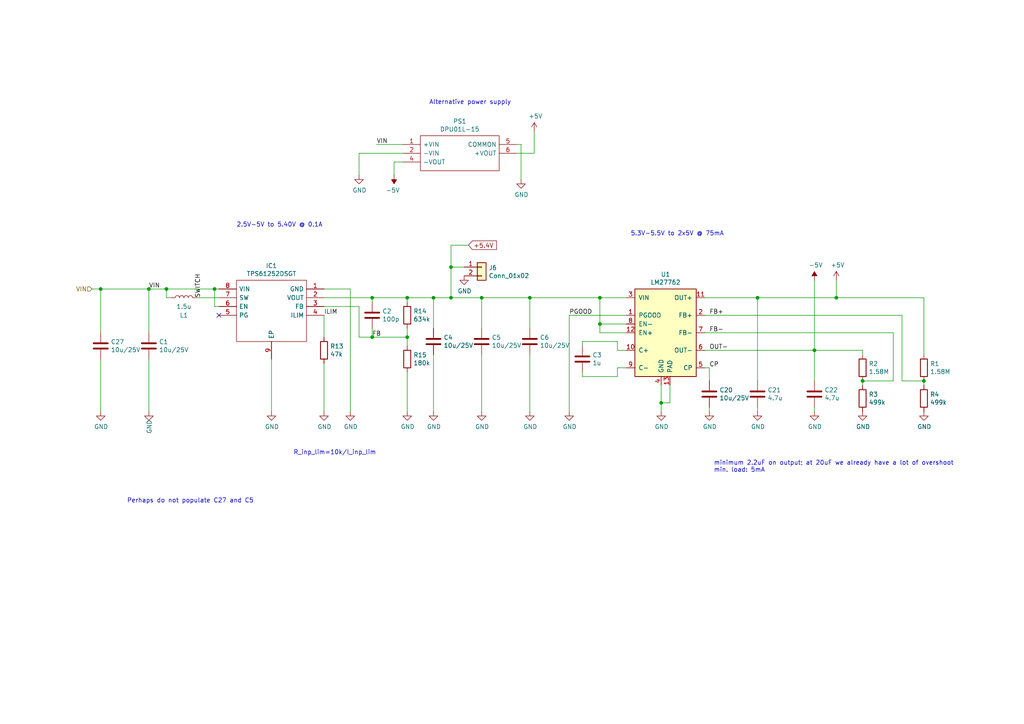
<source format=kicad_sch>
(kicad_sch (version 20211123) (generator eeschema)
  (paper "A4")
  (lib_symbols
    (symbol "BalancedAudioBox:DPU01L-15" (pin_names (offset 0.762))
      (property "Reference" "PS" (at 29.21 7.62 0))
      (property "Value" "DPU01L-15" (at 29.21 5.08 0))
      (symbol "DPU01L-15_0_0"
        (pin bidirectional line (at 0 0 0) (length 5.08) (name "+VIN") (number "1"))
        (pin bidirectional line (at 0 -2.54 0) (length 5.08) (name "-VIN") (number "2"))
        (pin bidirectional line (at 0 -5.08 0) (length 5.08) (name "-VOUT") (number "4"))
        (pin bidirectional line (at 33.02 0 180) (length 5.08) (name "COMMON") (number "5"))
        (pin bidirectional line (at 33.02 -2.54 180) (length 5.08) (name "+VOUT") (number "6"))
      )
      (symbol "DPU01L-15_0_1"
        (polyline (pts (xy 5.08 2.54) (xy 27.94 2.54) (xy 27.94 -7.62) (xy 5.08 -7.62) (xy 5.08 2.54)) (stroke (width 0.1524)))
      )
    )
    (symbol "BalancedAudioBox:TPS61252DSGT" (pin_names (offset 0.762))
      (property "Reference" "IC" (at 26.67 7.62 0))
      (property "Value" "TPS61252DSGT" (at 26.67 5.08 0))
      (symbol "TPS61252DSGT_0_0"
        (pin bidirectional line (at 0 0 0) (length 5.08) (name "GND") (number "1"))
        (pin bidirectional line (at 0 -2.54 0) (length 5.08) (name "VOUT") (number "2"))
        (pin bidirectional line (at 0 -5.08 0) (length 5.08) (name "FB") (number "3"))
        (pin bidirectional line (at 0 -7.62 0) (length 5.08) (name "ILIM") (number "4"))
        (pin bidirectional line (at 30.48 -7.62 180) (length 5.08) (name "PG") (number "5"))
        (pin bidirectional line (at 30.48 -5.08 180) (length 5.08) (name "EN") (number "6"))
        (pin bidirectional line (at 30.48 -2.54 180) (length 5.08) (name "SW") (number "7"))
        (pin bidirectional line (at 30.48 0 180) (length 5.08) (name "VIN") (number "8"))
        (pin bidirectional line (at 15.24 -20.32 90) (length 5.08) (name "EP") (number "9"))
      )
      (symbol "TPS61252DSGT_0_1"
        (polyline (pts (xy 5.08 2.54) (xy 25.4 2.54) (xy 25.4 -15.24) (xy 5.08 -15.24) (xy 5.08 2.54)) (stroke (width 0.1524)))
      )
    )
    (symbol "Connector_Generic:Conn_01x02" (pin_names (offset 1.016) hide)
      (property "Reference" "J" (at 0 2.54 0))
      (property "Value" "Conn_01x02" (at 0 -5.08 0))
      (symbol "Conn_01x02_1_1"
        (rectangle (start -1.27 -2.413) (end 0 -2.667) (stroke (width 0.1524)))
        (rectangle (start -1.27 0.127) (end 0 -0.127) (stroke (width 0.1524)))
        (rectangle (start -1.27 1.27) (end 1.27 -3.81) (stroke (width 0.254)) (fill (type background)))
        (pin passive line (at -5.08 0 0) (length 3.81) (name "Pin_1") (number "1"))
        (pin passive line (at -5.08 -2.54 0) (length 3.81) (name "Pin_2") (number "2"))
      )
    )
    (symbol "Device:C" (pin_numbers hide) (pin_names (offset 0.254))
      (property "Reference" "C" (at 0.635 2.54 0))
      (property "Value" "C" (at 0.635 -2.54 0))
      (symbol "C_0_1"
        (polyline (pts (xy -2.032 -0.762) (xy 2.032 -0.762)) (stroke (width 0.508)))
        (polyline (pts (xy -2.032 0.762) (xy 2.032 0.762)) (stroke (width 0.508)))
      )
      (symbol "C_1_1"
        (pin passive line (at 0 3.81 270) (length 2.794) (name "~") (number "1"))
        (pin passive line (at 0 -3.81 90) (length 2.794) (name "~") (number "2"))
      )
    )
    (symbol "Device:L" (pin_numbers hide) (pin_names (offset 1.016) hide)
      (property "Reference" "L" (at -1.27 0 90))
      (property "Value" "L" (at 1.905 0 90))
      (symbol "L_0_1"
        (arc (start 0 -2.54) (mid 0.635 -1.905) (end 0 -1.27))
        (arc (start 0 -1.27) (mid 0.635 -0.635) (end 0 0))
        (arc (start 0 0) (mid 0.635 0.635) (end 0 1.27))
        (arc (start 0 1.27) (mid 0.635 1.905) (end 0 2.54))
      )
      (symbol "L_1_1"
        (pin passive line (at 0 3.81 270) (length 1.27) (name "1") (number "1"))
        (pin passive line (at 0 -3.81 90) (length 1.27) (name "2") (number "2"))
      )
    )
    (symbol "Device:R" (pin_numbers hide) (pin_names (offset 0))
      (property "Reference" "R" (at 2.032 0 90))
      (property "Value" "R" (at 0 0 90))
      (symbol "R_0_1"
        (rectangle (start -1.016 -2.54) (end 1.016 2.54) (stroke (width 0.254)))
      )
      (symbol "R_1_1"
        (pin passive line (at 0 3.81 270) (length 1.27) (name "~") (number "1"))
        (pin passive line (at 0 -3.81 90) (length 1.27) (name "~") (number "2"))
      )
    )
    (symbol "Regulator_SwitchedCapacitor:LM27762" (pin_names (offset 1.016))
      (property "Reference" "U" (at -6.604 8.89 0))
      (property "Value" "LM27762" (at 6.096 8.89 0))
      (symbol "LM27762_0_1"
        (rectangle (start -7.62 7.62) (end 10.16 -17.78) (stroke (width 0.254)) (fill (type background)))
      )
      (symbol "LM27762_1_1"
        (pin open_collector line (at -10.16 0 0) (length 2.54) (name "PGOOD") (number "1"))
        (pin passive line (at -10.16 -10.16 0) (length 2.54) (name "C+") (number "10"))
        (pin power_out line (at 12.7 5.08 180) (length 2.54) (name "OUT+") (number "11"))
        (pin input line (at -10.16 -5.08 0) (length 2.54) (name "EN+") (number "12"))
        (pin power_in line (at 2.54 -20.32 90) (length 2.54) (name "PAD") (number "13"))
        (pin input line (at 12.7 0 180) (length 2.54) (name "FB+") (number "2"))
        (pin power_in line (at -10.16 5.08 0) (length 2.54) (name "VIN") (number "3"))
        (pin power_in line (at 0 -20.32 90) (length 2.54) (name "GND") (number "4"))
        (pin passive line (at 12.7 -15.24 180) (length 2.54) (name "CP") (number "5"))
        (pin power_out line (at 12.7 -10.16 180) (length 2.54) (name "OUT-") (number "6"))
        (pin input line (at 12.7 -5.08 180) (length 2.54) (name "FB-") (number "7"))
        (pin input line (at -10.16 -2.54 0) (length 2.54) (name "EN-") (number "8"))
        (pin passive line (at -10.16 -15.24 0) (length 2.54) (name "C-") (number "9"))
      )
    )
    (symbol "power:+5V" (power) (pin_names (offset 0))
      (property "Value" "+5V" (at 0 3.556 0))
      (symbol "+5V_0_1"
        (polyline (pts (xy -0.762 1.27) (xy 0 2.54)))
        (polyline (pts (xy 0 0) (xy 0 2.54)))
        (polyline (pts (xy 0 2.54) (xy 0.762 1.27)))
      )
      (symbol "+5V_1_1"
        (pin power_in line (at 0 0 90) (length 0) hide (name "+5V") (number "1"))
      )
    )
    (symbol "power:-5V" (power) (pin_names (offset 0))
      (property "Value" "-5V" (at 0 3.81 0))
      (symbol "-5V_0_0"
        (pin power_in line (at 0 0 90) (length 0) hide (name "-5V") (number "1"))
      )
      (symbol "-5V_0_1"
        (polyline (pts (xy 0 0) (xy 0 1.27) (xy 0.762 1.27) (xy 0 2.54) (xy -0.762 1.27) (xy 0 1.27)) (fill (type outline)))
      )
    )
    (symbol "power:GND" (power) (pin_names (offset 0))
      (property "Value" "GND" (at 0 -3.81 0))
      (symbol "GND_0_1"
        (polyline (pts (xy 0 0) (xy 0 -1.27) (xy 1.27 -1.27) (xy 0 -2.54) (xy -1.27 -1.27) (xy 0 -1.27)))
      )
      (symbol "GND_1_1"
        (pin power_in line (at 0 0 270) (length 0) hide (name "GND") (number "1"))
      )
    )
  )
  (junction (at 267.97 110.49))
  (junction (at 236.22 101.6))
  (junction (at 219.71 86.36))
  (junction (at 130.81 86.36))
  (junction (at 48.26 83.82))
  (junction (at 153.67 86.36))
  (junction (at 107.95 97.79))
  (junction (at 173.99 86.36))
  (junction (at 107.95 86.36))
  (junction (at 242.57 86.36))
  (junction (at 191.77 116.84))
  (junction (at 43.18 83.82))
  (junction (at 139.7 86.36))
  (junction (at 118.11 86.36))
  (junction (at 125.73 86.36))
  (junction (at 250.19 110.49))
  (junction (at 118.11 97.79))
  (junction (at 29.21 83.82))
  (junction (at 130.81 77.47))
  (junction (at 62.23 83.82))
  (junction (at 173.99 93.98))
  (no_connect (at 63.5 91.44))
  (wire (pts (xy 101.6 83.82) (xy 101.6 119.38)))
  (wire (pts (xy 107.95 97.79) (xy 118.11 97.79)))
  (wire (pts (xy 125.73 86.36) (xy 130.81 86.36)))
  (wire (pts (xy 154.94 44.45) (xy 154.94 38.1)))
  (wire (pts (xy 204.47 101.6) (xy 236.22 101.6)))
  (wire (pts (xy 139.7 95.25) (xy 139.7 86.36)))
  (wire (pts (xy 114.3 46.99) (xy 114.3 50.8)))
  (wire (pts (xy 149.86 44.45) (xy 154.94 44.45)))
  (wire (pts (xy 181.61 93.98) (xy 173.99 93.98)))
  (wire (pts (xy 261.62 110.49) (xy 267.97 110.49)))
  (wire (pts (xy 179.07 99.06) (xy 168.91 99.06)))
  (wire (pts (xy 29.21 119.38) (xy 29.21 104.14)))
  (wire (pts (xy 204.47 106.68) (xy 205.74 106.68)))
  (wire (pts (xy 165.1 91.44) (xy 181.61 91.44)))
  (wire (pts (xy 168.91 109.22) (xy 168.91 107.95)))
  (wire (pts (xy 26.67 83.82) (xy 29.21 83.82)))
  (wire (pts (xy 173.99 93.98) (xy 173.99 86.36)))
  (wire (pts (xy 62.23 83.82) (xy 48.26 83.82)))
  (wire (pts (xy 107.95 86.36) (xy 118.11 86.36)))
  (wire (pts (xy 29.21 83.82) (xy 43.18 83.82)))
  (wire (pts (xy 107.95 95.25) (xy 107.95 97.79)))
  (wire (pts (xy 242.57 81.28) (xy 242.57 86.36)))
  (wire (pts (xy 116.84 46.99) (xy 114.3 46.99)))
  (wire (pts (xy 151.13 52.07) (xy 151.13 41.91)))
  (wire (pts (xy 118.11 86.36) (xy 125.73 86.36)))
  (wire (pts (xy 181.61 101.6) (xy 179.07 101.6)))
  (wire (pts (xy 205.74 106.68) (xy 205.74 110.49)))
  (wire (pts (xy 204.47 86.36) (xy 219.71 86.36)))
  (wire (pts (xy 63.5 88.9) (xy 62.23 88.9)))
  (wire (pts (xy 219.71 119.38) (xy 219.71 118.11)))
  (wire (pts (xy 236.22 101.6) (xy 250.19 101.6)))
  (wire (pts (xy 267.97 111.76) (xy 267.97 110.49)))
  (wire (pts (xy 118.11 86.36) (xy 118.11 87.63)))
  (wire (pts (xy 93.98 86.36) (xy 107.95 86.36)))
  (wire (pts (xy 43.18 83.82) (xy 48.26 83.82)))
  (wire (pts (xy 93.98 83.82) (xy 101.6 83.82)))
  (wire (pts (xy 139.7 86.36) (xy 153.67 86.36)))
  (wire (pts (xy 125.73 102.87) (xy 125.73 119.38)))
  (wire (pts (xy 43.18 119.38) (xy 43.18 104.14)))
  (wire (pts (xy 43.18 96.52) (xy 43.18 83.82)))
  (wire (pts (xy 250.19 110.49) (xy 259.08 110.49)))
  (wire (pts (xy 48.26 86.36) (xy 49.53 86.36)))
  (wire (pts (xy 62.23 88.9) (xy 62.23 83.82)))
  (wire (pts (xy 104.14 50.8) (xy 104.14 44.45)))
  (wire (pts (xy 242.57 86.36) (xy 267.97 86.36)))
  (wire (pts (xy 181.61 96.52) (xy 173.99 96.52)))
  (wire (pts (xy 57.15 86.36) (xy 63.5 86.36)))
  (wire (pts (xy 130.81 77.47) (xy 130.81 71.12)))
  (wire (pts (xy 250.19 110.49) (xy 250.19 111.76)))
  (wire (pts (xy 130.81 71.12) (xy 135.89 71.12)))
  (wire (pts (xy 236.22 81.28) (xy 236.22 101.6)))
  (wire (pts (xy 165.1 119.38) (xy 165.1 91.44)))
  (wire (pts (xy 219.71 86.36) (xy 242.57 86.36)))
  (wire (pts (xy 173.99 96.52) (xy 173.99 93.98)))
  (wire (pts (xy 63.5 83.82) (xy 62.23 83.82)))
  (wire (pts (xy 93.98 105.41) (xy 93.98 119.38)))
  (wire (pts (xy 134.62 77.47) (xy 130.81 77.47)))
  (wire (pts (xy 125.73 86.36) (xy 125.73 95.25)))
  (wire (pts (xy 250.19 101.6) (xy 250.19 102.87)))
  (wire (pts (xy 179.07 109.22) (xy 168.91 109.22)))
  (wire (pts (xy 236.22 110.49) (xy 236.22 101.6)))
  (wire (pts (xy 168.91 99.06) (xy 168.91 100.33)))
  (wire (pts (xy 205.74 119.38) (xy 205.74 118.11)))
  (wire (pts (xy 153.67 102.87) (xy 153.67 119.38)))
  (wire (pts (xy 139.7 102.87) (xy 139.7 119.38)))
  (wire (pts (xy 151.13 41.91) (xy 149.86 41.91)))
  (wire (pts (xy 93.98 97.79) (xy 93.98 91.44)))
  (wire (pts (xy 118.11 97.79) (xy 118.11 100.33)))
  (wire (pts (xy 104.14 97.79) (xy 104.14 88.9)))
  (wire (pts (xy 179.07 106.68) (xy 179.07 109.22)))
  (wire (pts (xy 267.97 86.36) (xy 267.97 102.87)))
  (wire (pts (xy 181.61 86.36) (xy 173.99 86.36)))
  (wire (pts (xy 48.26 83.82) (xy 48.26 86.36)))
  (wire (pts (xy 179.07 101.6) (xy 179.07 99.06)))
  (wire (pts (xy 130.81 77.47) (xy 130.81 86.36)))
  (wire (pts (xy 153.67 95.25) (xy 153.67 86.36)))
  (wire (pts (xy 118.11 95.25) (xy 118.11 97.79)))
  (wire (pts (xy 219.71 110.49) (xy 219.71 86.36)))
  (wire (pts (xy 118.11 107.95) (xy 118.11 119.38)))
  (wire (pts (xy 204.47 96.52) (xy 259.08 96.52)))
  (wire (pts (xy 194.31 116.84) (xy 191.77 116.84)))
  (wire (pts (xy 29.21 96.52) (xy 29.21 83.82)))
  (wire (pts (xy 78.74 104.14) (xy 78.74 119.38)))
  (wire (pts (xy 130.81 86.36) (xy 139.7 86.36)))
  (wire (pts (xy 194.31 111.76) (xy 194.31 116.84)))
  (wire (pts (xy 261.62 91.44) (xy 261.62 110.49)))
  (wire (pts (xy 107.95 87.63) (xy 107.95 86.36)))
  (wire (pts (xy 104.14 44.45) (xy 116.84 44.45)))
  (wire (pts (xy 236.22 119.38) (xy 236.22 118.11)))
  (wire (pts (xy 93.98 88.9) (xy 104.14 88.9)))
  (wire (pts (xy 153.67 86.36) (xy 173.99 86.36)))
  (wire (pts (xy 191.77 116.84) (xy 191.77 119.38)))
  (wire (pts (xy 104.14 97.79) (xy 107.95 97.79)))
  (wire (pts (xy 191.77 111.76) (xy 191.77 116.84)))
  (wire (pts (xy 204.47 91.44) (xy 261.62 91.44)))
  (wire (pts (xy 181.61 106.68) (xy 179.07 106.68)))
  (wire (pts (xy 116.84 41.91) (xy 109.22 41.91)))
  (wire (pts (xy 259.08 110.49) (xy 259.08 96.52)))
  (text "5.3V-5.5V to 2x5V @ 75mA" (at 182.88 68.58 0) (effects (font (size 1.27 1.27)) (justify left bottom)))
  (text "R_inp_lim=10k/I_inp_lim" (at 85.09 132.08 0) (effects (font (size 1.27 1.27)) (justify left bottom)))
  (text "Perhaps do not populate C27 and C5" (at 36.83 146.05 0) (effects (font (size 1.27 1.27)) (justify left bottom)))
  (text "2.5V-5V to 5.40V @ 0.1A" (at 68.58 66.04 0) (effects (font (size 1.27 1.27)) (justify left bottom)))
  (text "Alternative power supply" (at 124.46 30.48 0) (effects (font (size 1.27 1.27)) (justify left bottom)))
  (text "minimum 2.2uF on output; at 20uF we already have a lot of overshoot\nmin. load: 5mA" (at 207.01 137.16 0) (effects (font (size 1.27 1.27)) (justify left bottom)))
  (label "PGOOD" (at 165.1 91.44 0))
  (label "ILIM" (at 93.98 91.44 0))
  (label "OUT-" (at 205.74 101.6 0))
  (label "FB" (at 107.95 97.79 0))
  (label "SWITCH" (at 58.42 86.36 90))
  (label "FB-" (at 205.74 96.52 0))
  (label "FB+" (at 205.74 91.44 0))
  (label "CP" (at 205.74 106.68 0))
  (label "VIN" (at 109.22 41.91 0))
  (label "VIN" (at 43.18 83.82 0))
  (global_label "+5.4V" (shape input) (at 135.89 71.12 0) (property "Intersheet References" "${INTERSHEET_REFS}" (effects hide)))
  (hierarchical_label "VIN" (shape input) (at 26.67 83.82 180))
  (symbol (lib_id "BalancedAudioBox:TPS61252DSGT") (at 93.98 83.82 0) (mirror y) (unit 1)
    (property "Reference" "IC1" (at 78.74 77.089 0))
    (property "Value" "TPS61252DSGT" (at 78.74 79.4004 0))
    (property "Footprint" "BalancedAudioBox:SON50P200X200X80-9N" (effects hide))
    (property "Datasheet" "http://www.ti.com/lit/ds/symlink/tps61252.pdf" (effects hide))
    (property "Description" "TPS61252DSGT, DC-DC Converter, 1500mA Adjustable, 3  6.5 V, Step Up, 3.25 MHz, 8-Pin SON W" (effects hide))
    (property "Height" "0.8" (effects hide))
    (property "Manufacturer_Name" "Texas Instruments" (effects hide))
    (property "Manufacturer_Part_Number" "TPS61252DSGT" (effects hide))
    (property "Mouser Part Number" "595-TPS61252DSGT" (effects hide))
    (property "Mouser Price/Stock" "https://www.mouser.com/Search/Refine.aspx?Keyword=595-TPS61252DSGT" (effects hide))
    (property "RS Part Number" "7300675P" (effects hide))
    (property "RS Price/Stock" "http://uk.rs-online.com/web/p/products/7300675P" (effects hide))
  )
  (symbol (lib_id "Device:C") (at 107.95 91.44 0) (unit 1)
    (property "Reference" "C2" (at 110.871 90.2716 0) (effects (justify left)))
    (property "Value" "100p" (at 110.871 92.583 0) (effects (justify left)))
    (property "Footprint" "Capacitor_SMD:C_0603_1608Metric" (effects hide))
    (property "PN" "GRM1885C2A101JA01D" (effects hide))
  )
  (symbol (lib_id "Device:R") (at 118.11 91.44 0) (unit 1)
    (property "Reference" "R14" (at 119.888 90.2716 0) (effects (justify left)))
    (property "Value" "634k" (at 119.888 92.583 0) (effects (justify left)))
    (property "Footprint" "Resistor_SMD:R_0402_1005Metric" (effects hide))
  )
  (symbol (lib_id "Device:R") (at 118.11 104.14 0) (unit 1)
    (property "Reference" "R15" (at 119.888 102.9716 0) (effects (justify left)))
    (property "Value" "180k" (at 119.888 105.283 0) (effects (justify left)))
    (property "Footprint" "Resistor_SMD:R_0402_1005Metric" (effects hide))
  )
  (symbol (lib_id "Device:L") (at 53.34 86.36 90) (unit 1)
    (property "Reference" "L1" (at 53.34 91.44 90))
    (property "Value" "1.5u" (at 53.34 88.9 90))
    (property "Footprint" "BalancedAudioBox:SRN30151R5Y" (effects hide))
    (property "PN" "SRN3015-1R5Y" (effects hide))
  )
  (symbol (lib_id "power:GND") (at 118.11 119.38 0) (unit 1)
    (property "Reference" "#PWR06" (effects hide))
    (property "Value" "GND" (at 118.237 123.7742 0))
  )
  (symbol (lib_id "power:GND") (at 125.73 119.38 0) (unit 1)
    (property "Reference" "#PWR07" (effects hide))
    (property "Value" "GND" (at 125.857 123.7742 0))
  )
  (symbol (lib_id "BalancedAudioBox:DPU01L-15") (at 116.84 41.91 0) (unit 1)
    (property "Reference" "PS1" (at 133.35 35.179 0))
    (property "Value" "DPU01L-15" (at 133.35 37.4904 0))
    (property "Footprint" "BalancedAudioBox:DPU01L15" (effects hide))
    (property "Datasheet" "https://media.digikey.com/pdf/Data%20Sheets/Mean%20Well%20PDF's/SPU01,DUP01_Series_Ds.pdf" (effects hide))
    (property "Description" "Isolated DC/DC Converters 4.5-5.5Vin +/-15Vout +/-33mA SIP6 Unreg" (effects hide))
    (property "Height" "10.45" (effects hide))
    (property "Manufacturer_Name" "Mean Well" (effects hide))
    (property "Manufacturer_Part_Number" "DPU01L-15" (effects hide))
    (property "Mouser Part Number" "709-DPU01L-15" (effects hide))
    (property "Mouser Price/Stock" "https://www.mouser.com/Search/Refine.aspx?Keyword=709-DPU01L-15" (effects hide))
    (property "Allied_Number" "71028144" (effects hide))
    (property "Allied Price/Stock" "https://www.alliedelec.com/meanwellusa-dpu01l-15/71028144/" (effects hide))
  )
  (symbol (lib_id "power:GND") (at 78.74 119.38 0) (unit 1)
    (property "Reference" "#PWR05" (effects hide))
    (property "Value" "GND" (at 78.867 123.7742 0))
  )
  (symbol (lib_id "Device:C") (at 219.71 114.3 0) (unit 1)
    (property "Reference" "C21" (at 222.631 113.1316 0) (effects (justify left)))
    (property "Value" "4.7u" (at 222.631 115.443 0) (effects (justify left)))
    (property "Footprint" "Capacitor_SMD:C_0603_1608Metric" (effects hide))
  )
  (symbol (lib_id "Device:C") (at 236.22 114.3 0) (unit 1)
    (property "Reference" "C22" (at 239.141 113.1316 0) (effects (justify left)))
    (property "Value" "4.7u" (at 239.141 115.443 0) (effects (justify left)))
    (property "Footprint" "Capacitor_SMD:C_0603_1608Metric" (effects hide))
  )
  (symbol (lib_id "Regulator_SwitchedCapacitor:LM27762") (at 191.77 91.44 0) (unit 1)
    (property "Reference" "U1" (at 193.04 79.5782 0))
    (property "Value" "LM27762" (at 193.04 81.8896 0))
    (property "Footprint" "Package_SON:WSON-12-1EP_3x2mm_P0.5mm_EP1x2.65_ThermalVias" (effects hide))
    (property "Datasheet" "http://www.ti.com/lit/ds/symlink/lm27762.pdf" (effects hide))
  )
  (symbol (lib_id "power:GND") (at 191.77 119.38 0) (unit 1)
    (property "Reference" "#PWR09" (effects hide))
    (property "Value" "GND" (at 191.897 123.7742 0))
  )
  (symbol (lib_id "Device:R") (at 267.97 106.68 0) (unit 1)
    (property "Reference" "R1" (at 269.748 105.5116 0) (effects (justify left)))
    (property "Value" "1.58M" (at 269.748 107.823 0) (effects (justify left)))
    (property "Footprint" "Resistor_SMD:R_0402_1005Metric" (effects hide))
  )
  (symbol (lib_id "Device:R") (at 267.97 115.57 0) (unit 1)
    (property "Reference" "R4" (at 269.748 114.4016 0) (effects (justify left)))
    (property "Value" "499k" (at 269.748 116.713 0) (effects (justify left)))
    (property "Footprint" "Resistor_SMD:R_0402_1005Metric" (effects hide))
  )
  (symbol (lib_id "Device:R") (at 250.19 106.68 0) (unit 1)
    (property "Reference" "R2" (at 251.968 105.5116 0) (effects (justify left)))
    (property "Value" "1.58M" (at 251.968 107.823 0) (effects (justify left)))
    (property "Footprint" "Resistor_SMD:R_0402_1005Metric" (effects hide))
  )
  (symbol (lib_id "Device:R") (at 250.19 115.57 0) (unit 1)
    (property "Reference" "R3" (at 251.968 114.4016 0) (effects (justify left)))
    (property "Value" "499k" (at 251.968 116.713 0) (effects (justify left)))
    (property "Footprint" "Resistor_SMD:R_0402_1005Metric" (effects hide))
  )
  (symbol (lib_id "power:GND") (at 101.6 119.38 0) (unit 1)
    (property "Reference" "#PWR052" (effects hide))
    (property "Value" "GND" (at 101.727 123.7742 0))
  )
  (symbol (lib_id "power:+5V") (at 242.57 81.28 0) (unit 1)
    (property "Reference" "#PWR013" (effects hide))
    (property "Value" "+5V" (at 242.951 76.8858 0))
  )
  (symbol (lib_id "power:-5V") (at 236.22 81.28 0) (unit 1)
    (property "Reference" "#PWR014" (effects hide))
    (property "Value" "-5V" (at 236.601 76.8858 0))
  )
  (symbol (lib_id "Device:R") (at 93.98 101.6 180) (unit 1)
    (property "Reference" "R13" (at 95.758 100.4316 0) (effects (justify right)))
    (property "Value" "47k" (at 95.758 102.743 0) (effects (justify right)))
    (property "Footprint" "Resistor_SMD:R_0402_1005Metric" (effects hide))
  )
  (symbol (lib_id "power:GND") (at 250.19 119.38 0) (unit 1)
    (property "Reference" "#PWR015" (effects hide))
    (property "Value" "GND" (at 250.317 123.7742 0))
  )
  (symbol (lib_id "power:GND") (at 267.97 119.38 0) (unit 1)
    (property "Reference" "#PWR016" (effects hide))
    (property "Value" "GND" (at 268.097 123.7742 0))
  )
  (symbol (lib_id "power:GND") (at 205.74 119.38 0) (unit 1)
    (property "Reference" "#PWR010" (effects hide))
    (property "Value" "GND" (at 205.867 123.7742 0))
  )
  (symbol (lib_id "power:GND") (at 93.98 119.38 0) (unit 1)
    (property "Reference" "#PWR051" (effects hide))
    (property "Value" "GND" (at 94.107 123.7742 0))
  )
  (symbol (lib_id "power:GND") (at 219.71 119.38 0) (unit 1)
    (property "Reference" "#PWR011" (effects hide))
    (property "Value" "GND" (at 219.837 123.7742 0))
  )
  (symbol (lib_id "power:GND") (at 236.22 119.38 0) (unit 1)
    (property "Reference" "#PWR012" (effects hide))
    (property "Value" "GND" (at 236.347 123.7742 0))
  )
  (symbol (lib_id "Device:C") (at 43.18 100.33 0) (unit 1)
    (property "Reference" "C1" (at 46.101 99.1616 0) (effects (justify left)))
    (property "Value" "10u/25V" (at 46.101 101.473 0) (effects (justify left)))
    (property "Footprint" "Capacitor_SMD:C_0805_2012Metric" (effects hide))
    (property "PN" "TMK212BBJ106MG-T" (effects hide))
  )
  (symbol (lib_id "Device:C") (at 125.73 99.06 0) (unit 1)
    (property "Reference" "C4" (at 128.651 97.8916 0) (effects (justify left)))
    (property "Value" "10u/25V" (at 128.651 100.203 0) (effects (justify left)))
    (property "Footprint" "Capacitor_SMD:C_0805_2012Metric" (effects hide))
    (property "PN" "TMK212BBJ106MG-T" (effects hide))
  )
  (symbol (lib_id "Device:C") (at 168.91 104.14 0) (unit 1)
    (property "Reference" "C3" (at 171.831 102.9716 0) (effects (justify left)))
    (property "Value" "1u" (at 171.831 105.283 0) (effects (justify left)))
    (property "Footprint" "Capacitor_SMD:C_0402_1005Metric" (effects hide))
  )
  (symbol (lib_id "power:GND") (at 139.7 119.38 0) (unit 1)
    (property "Reference" "#PWR053" (effects hide))
    (property "Value" "GND" (at 139.827 123.7742 0))
  )
  (symbol (lib_id "Device:C") (at 139.7 99.06 0) (unit 1)
    (property "Reference" "C5" (at 142.621 97.8916 0) (effects (justify left)))
    (property "Value" "10u/25V" (at 142.621 100.203 0) (effects (justify left)))
    (property "Footprint" "Capacitor_SMD:C_0805_2012Metric" (effects hide))
    (property "PN" "TMK212BBJ106MG-T" (effects hide))
  )
  (symbol (lib_id "power:GND") (at 165.1 119.38 0) (unit 1)
    (property "Reference" "#PWR08" (effects hide))
    (property "Value" "GND" (at 165.227 123.7742 0))
  )
  (symbol (lib_id "power:GND") (at 153.67 119.38 0) (unit 1)
    (property "Reference" "#PWR054" (effects hide))
    (property "Value" "GND" (at 153.797 123.7742 0))
  )
  (symbol (lib_id "Device:C") (at 153.67 99.06 0) (unit 1)
    (property "Reference" "C6" (at 156.591 97.8916 0) (effects (justify left)))
    (property "Value" "10u/25V" (at 156.591 100.203 0) (effects (justify left)))
    (property "Footprint" "Capacitor_SMD:C_0805_2012Metric" (effects hide))
    (property "PN" "TMK212BBJ106MG-T" (effects hide))
  )
  (symbol (lib_id "power:+5V") (at 154.94 38.1 0) (unit 1)
    (property "Reference" "#PWR076" (effects hide))
    (property "Value" "+5V" (at 155.321 33.7058 0))
  )
  (symbol (lib_id "power:-5V") (at 114.3 50.8 180) (unit 1)
    (property "Reference" "#PWR074" (effects hide))
    (property "Value" "-5V" (at 113.919 55.1942 0))
  )
  (symbol (lib_id "power:GND") (at 151.13 52.07 0) (unit 1)
    (property "Reference" "#PWR075" (effects hide))
    (property "Value" "GND" (at 151.257 56.4642 0))
  )
  (symbol (lib_id "power:GND") (at 104.14 50.8 0) (unit 1)
    (property "Reference" "#PWR073" (effects hide))
    (property "Value" "GND" (at 104.267 55.1942 0))
  )
  (symbol (lib_id "Device:C") (at 29.21 100.33 0) (unit 1)
    (property "Reference" "C27" (at 32.131 99.1616 0) (effects (justify left)))
    (property "Value" "10u/25V" (at 32.131 101.473 0) (effects (justify left)))
    (property "Footprint" "Capacitor_SMD:C_0805_2012Metric" (effects hide))
    (property "PN" "TMK212BBJ106MG-T" (effects hide))
  )
  (symbol (lib_id "power:GND") (at 29.21 119.38 0) (unit 1)
    (property "Reference" "#PWR072" (effects hide))
    (property "Value" "GND" (at 29.337 123.7742 0))
  )
  (symbol (lib_id "power:GND") (at 43.18 119.38 0) (unit 1)
    (property "Reference" "#PWR050" (effects hide))
    (property "Value" "GND" (at 43.307 123.7742 90))
  )
  (symbol (lib_id "Device:C") (at 205.74 114.3 0) (unit 1)
    (property "Reference" "C20" (at 208.661 113.1316 0) (effects (justify left)))
    (property "Value" "10u/25V" (at 208.661 115.443 0) (effects (justify left)))
    (property "Footprint" "Capacitor_SMD:C_0805_2012Metric" (effects hide))
    (property "PN" "TMK212BBJ106MG-T" (effects hide))
  )
  (symbol (lib_id "Connector_Generic:Conn_01x02") (at 139.7 77.47 0) (unit 1)
    (property "Reference" "J6" (at 141.732 77.6732 0) (effects (justify left)))
    (property "Value" "Conn_01x02" (at 141.732 79.9846 0) (effects (justify left)))
    (property "Footprint" "Connector_PinHeader_2.54mm:PinHeader_1x02_P2.54mm_Vertical" (effects hide))
  )
  (symbol (lib_id "power:GND") (at 134.62 80.01 0) (unit 1)
    (property "Reference" "#PWR077" (effects hide))
    (property "Value" "GND" (at 134.747 84.4042 0))
  )
)
</source>
